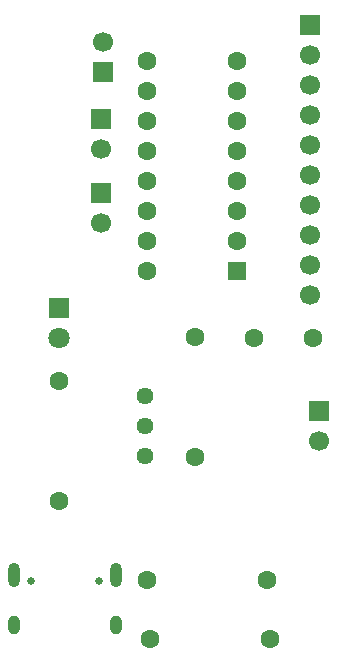
<source format=gbr>
%TF.GenerationSoftware,KiCad,Pcbnew,9.0.7*%
%TF.CreationDate,2026-02-13T16:28:25+02:00*%
%TF.ProjectId,second,7365636f-6e64-42e6-9b69-6361645f7063,rev?*%
%TF.SameCoordinates,Original*%
%TF.FileFunction,Soldermask,Bot*%
%TF.FilePolarity,Negative*%
%FSLAX46Y46*%
G04 Gerber Fmt 4.6, Leading zero omitted, Abs format (unit mm)*
G04 Created by KiCad (PCBNEW 9.0.7) date 2026-02-13 16:28:25*
%MOMM*%
%LPD*%
G01*
G04 APERTURE LIST*
G04 Aperture macros list*
%AMRoundRect*
0 Rectangle with rounded corners*
0 $1 Rounding radius*
0 $2 $3 $4 $5 $6 $7 $8 $9 X,Y pos of 4 corners*
0 Add a 4 corners polygon primitive as box body*
4,1,4,$2,$3,$4,$5,$6,$7,$8,$9,$2,$3,0*
0 Add four circle primitives for the rounded corners*
1,1,$1+$1,$2,$3*
1,1,$1+$1,$4,$5*
1,1,$1+$1,$6,$7*
1,1,$1+$1,$8,$9*
0 Add four rect primitives between the rounded corners*
20,1,$1+$1,$2,$3,$4,$5,0*
20,1,$1+$1,$4,$5,$6,$7,0*
20,1,$1+$1,$6,$7,$8,$9,0*
20,1,$1+$1,$8,$9,$2,$3,0*%
G04 Aperture macros list end*
%ADD10R,1.700000X1.700000*%
%ADD11C,1.700000*%
%ADD12C,1.600000*%
%ADD13C,0.650000*%
%ADD14O,1.000000X2.100000*%
%ADD15O,1.000000X1.600000*%
%ADD16C,1.440000*%
%ADD17R,1.800000X1.800000*%
%ADD18C,1.800000*%
%ADD19RoundRect,0.250000X0.550000X0.550000X-0.550000X0.550000X-0.550000X-0.550000X0.550000X-0.550000X0*%
G04 APERTURE END LIST*
D10*
%TO.C,J1*%
X113000000Y-124460000D03*
D11*
X113000000Y-127000000D03*
%TD*%
D10*
%TO.C,J2*%
X94725000Y-95750000D03*
D11*
X94725000Y-93210000D03*
%TD*%
D12*
%TO.C,Rcc1*%
X98670000Y-143750000D03*
X108830000Y-143750000D03*
%TD*%
%TO.C,R2*%
X91000000Y-121920000D03*
X91000000Y-132080000D03*
%TD*%
%TO.C,C1*%
X107500000Y-118250000D03*
X112500000Y-118250000D03*
%TD*%
D10*
%TO.C,J3*%
X94525000Y-99750000D03*
D11*
X94525000Y-102290000D03*
%TD*%
D12*
%TO.C,R1*%
X102500000Y-128330000D03*
X102500000Y-118170000D03*
%TD*%
D13*
%TO.C,J6*%
X88610000Y-138900000D03*
X94390000Y-138900000D03*
D14*
X87180000Y-138370000D03*
D15*
X87180000Y-142550000D03*
D14*
X95820000Y-138370000D03*
D15*
X95820000Y-142550000D03*
%TD*%
D16*
%TO.C,RV1*%
X98245000Y-123210000D03*
X98245000Y-125750000D03*
X98245000Y-128290000D03*
%TD*%
D17*
%TO.C,D2*%
X91000000Y-115725000D03*
D18*
X91000000Y-118265000D03*
%TD*%
D12*
%TO.C,Rcc2*%
X98420000Y-138750000D03*
X108580000Y-138750000D03*
%TD*%
D10*
%TO.C,J5*%
X112250000Y-91820000D03*
D11*
X112250000Y-94360000D03*
X112250000Y-96900000D03*
X112250000Y-99440000D03*
X112250000Y-101980000D03*
X112250000Y-104520000D03*
X112250000Y-107060000D03*
X112250000Y-109600000D03*
X112250000Y-112140000D03*
X112250000Y-114680000D03*
%TD*%
D19*
%TO.C,U1*%
X106055000Y-112640000D03*
D12*
X106055000Y-110100000D03*
X106055000Y-107560000D03*
X106055000Y-105020000D03*
X106055000Y-102480000D03*
X106055000Y-99940000D03*
X106055000Y-97400000D03*
X106055000Y-94860000D03*
X98435000Y-94860000D03*
X98435000Y-97400000D03*
X98435000Y-99940000D03*
X98435000Y-102480000D03*
X98435000Y-105020000D03*
X98435000Y-107560000D03*
X98435000Y-110100000D03*
X98435000Y-112640000D03*
%TD*%
D10*
%TO.C,J4*%
X94525000Y-106000000D03*
D11*
X94525000Y-108540000D03*
%TD*%
M02*

</source>
